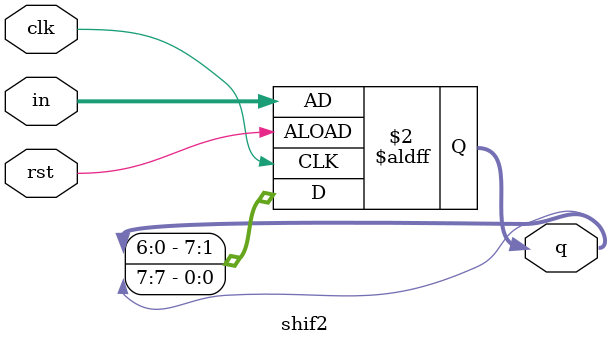
<source format=v>
`timescale 1ns / 1ps

`define BIT_WIDTH 8
module shif2(
    q,
    in,
    clk, 
    rst
    );
    
    output [`BIT_WIDTH-1:0]q;
    input [`BIT_WIDTH-1:0]in;
    input clk;
    input rst;
    
    reg [`BIT_WIDTH-1:0]q;

    
    always @(posedge clk or posedge rst)
    
        if(rst)
        begin
           q <= in;
        end
        else 
        begin
            q[0]<=q[7];
            q[1]<=q[0];
            q[2]<=q[1];
            q[3]<=q[2];
            q[4]<=q[3];
            q[5]<=q[4];
            q[6]<=q[5];
            q[7]<=q[6];
        end
    
    
    
endmodule

</source>
